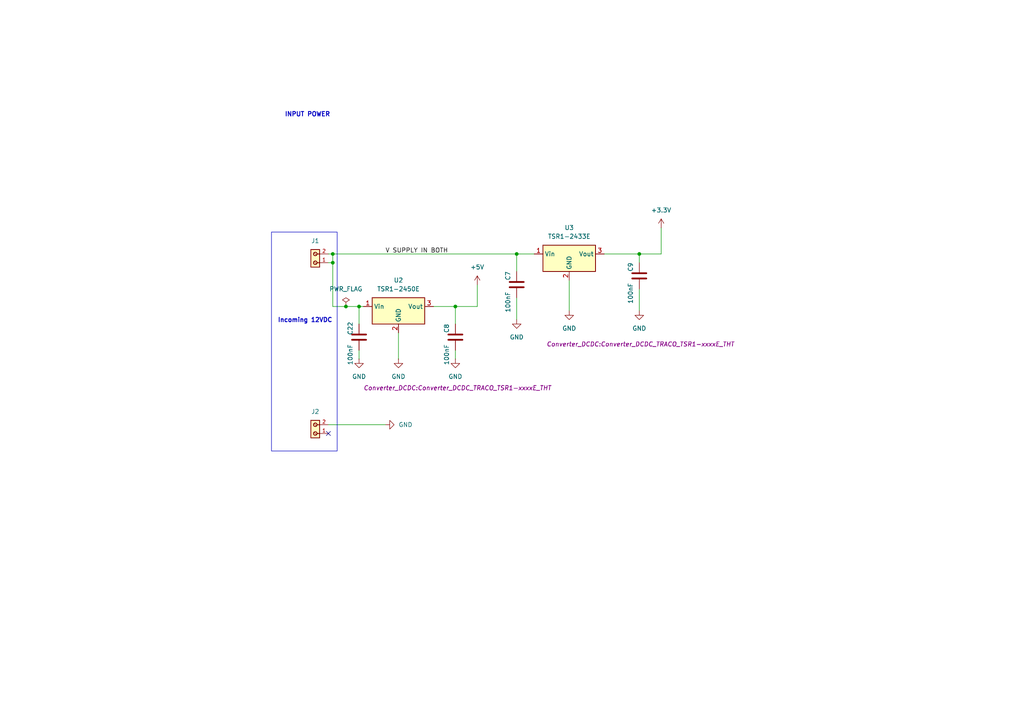
<source format=kicad_sch>
(kicad_sch (version 20231120) (generator "eeschema") (generator_version "8.0")
  (paper "A4")
  (lib_symbols
    (symbol "691210910002:691210910002" (pin_names (offset 1.016))
      (property "Reference" "J" (at -4.88 -0.922 0))
      (property "Value" "691210910002" (at -4.83 -2.58 0))
      (symbol "691210910002_0_0"
        (rectangle (start -3.81 -2.54) (end 1.27 0) (stroke (width 0.254)) (fill (type background)))
        (circle (center -2.54 -1.27) (radius 0.508) (stroke (width 0.254)))
        (circle (center 0 -1.27) (radius 0.508) (stroke (width 0.254)))
        (polyline (pts (xy -2.54 -1.778) (xy -2.54 -2.54)) (stroke (width 0.254)))
        (polyline (pts (xy -2.286 -1.016) (xy -2.794 -1.524)) (stroke (width 0.1524)))
        (polyline (pts (xy 0 -1.778) (xy 0 -2.54)) (stroke (width 0.254)))
        (polyline (pts (xy 0.254 -1.016) (xy -0.254 -1.524)) (stroke (width 0.1524)))
        (pin passive line (at -2.54 -5.08 90) (length 2.54) (name "~") (number "1"))
        (pin passive line (at 0 -5.08 90) (length 2.54) (name "~") (number "2"))
      )
    )
    (symbol "Device:C" (pin_numbers hide) (pin_names (offset 0.254))
      (property "Reference" "C" (at 0.635 2.54 0))
      (property "Value" "C" (at 0.635 -2.54 0))
      (symbol "C_0_1"
        (polyline (pts (xy -2.032 -0.762) (xy 2.032 -0.762)) (stroke (width 0.508)))
        (polyline (pts (xy -2.032 0.762) (xy 2.032 0.762)) (stroke (width 0.508)))
      )
      (symbol "C_1_1"
        (pin passive line (at 0 3.81 270) (length 2.794) (name "~") (number "1"))
        (pin passive line (at 0 -3.81 90) (length 2.794) (name "~") (number "2"))
      )
    )
    (symbol "Regulator_Switching:TSR1-2433E"
      (property "Reference" "U" (at -7.62 6.35 0))
      (property "Value" "TSR1-2433E" (at -3.81 6.35 0))
      (symbol "TSR1-2433E_0_1"
        (rectangle (start -7.62 5.08) (end 7.62 -2.54) (stroke (width 0.254)) (fill (type background)))
      )
      (symbol "TSR1-2433E_1_1"
        (pin power_in line (at -10.16 2.54 0) (length 2.54) (name "Vin") (number "1"))
        (pin power_in line (at 0 -5.08 90) (length 2.54) (name "GND") (number "2"))
        (pin power_out line (at 10.16 2.54 180) (length 2.54) (name "Vout") (number "3"))
      )
    )
    (symbol "Regulator_Switching:TSR1-2450E"
      (property "Reference" "U" (at -7.62 6.35 0))
      (property "Value" "TSR1-2450E" (at -3.81 6.35 0))
      (symbol "TSR1-2450E_0_1"
        (rectangle (start -7.62 5.08) (end 7.62 -2.54) (stroke (width 0.254)) (fill (type background)))
      )
      (symbol "TSR1-2450E_1_1"
        (pin power_in line (at -10.16 2.54 0) (length 2.54) (name "Vin") (number "1"))
        (pin power_in line (at 0 -5.08 90) (length 2.54) (name "GND") (number "2"))
        (pin power_out line (at 10.16 2.54 180) (length 2.54) (name "Vout") (number "3"))
      )
    )
    (symbol "power:+3.3V" (power) (pin_numbers hide) (pin_names (offset 0) hide)
      (property "Value" "+3.3V" (at 0 3.556 0))
      (symbol "+3.3V_0_1"
        (polyline (pts (xy -0.762 1.27) (xy 0 2.54)))
        (polyline (pts (xy 0 0) (xy 0 2.54)))
        (polyline (pts (xy 0 2.54) (xy 0.762 1.27)))
      )
      (symbol "+3.3V_1_1"
        (pin power_in line (at 0 0 90) (length 0) (name "~") (number "1"))
      )
    )
    (symbol "power:+5V" (power) (pin_numbers hide) (pin_names (offset 0) hide)
      (property "Value" "+5V" (at 0 3.556 0))
      (symbol "+5V_0_1"
        (polyline (pts (xy -0.762 1.27) (xy 0 2.54)))
        (polyline (pts (xy 0 0) (xy 0 2.54)))
        (polyline (pts (xy 0 2.54) (xy 0.762 1.27)))
      )
      (symbol "+5V_1_1"
        (pin power_in line (at 0 0 90) (length 0) (name "~") (number "1"))
      )
    )
    (symbol "power:GND" (power) (pin_numbers hide) (pin_names (offset 0) hide)
      (property "Value" "GND" (at 0 -3.81 0))
      (symbol "GND_0_1"
        (polyline (pts (xy 0 0) (xy 0 -1.27) (xy 1.27 -1.27) (xy 0 -2.54) (xy -1.27 -1.27) (xy 0 -1.27)))
      )
      (symbol "GND_1_1"
        (pin power_in line (at 0 0 270) (length 0) (name "~") (number "1"))
      )
    )
    (symbol "power:PWR_FLAG" (power) (pin_numbers hide) (pin_names (offset 0) hide)
      (property "Value" "PWR_FLAG" (at 0 3.81 0))
      (symbol "PWR_FLAG_0_0"
        (pin power_out line (at 0 0 90) (length 0) (name "~") (number "1"))
      )
      (symbol "PWR_FLAG_0_1"
        (polyline (pts (xy 0 0) (xy 0 1.27) (xy -1.016 1.905) (xy 0 2.54) (xy 1.016 1.905) (xy 0 1.27)))
      )
    )
  )
  (junction (at 149.86 73.66))
  (junction (at 96.52 76.2))
  (junction (at 132.08 88.9))
  (junction (at 100.33 88.9))
  (junction (at 104.14 88.9))
  (junction (at 185.42 73.66))
  (junction (at 96.52 73.66))
  (no_connect (at 95.25 125.73))
  (wire (pts (xy 132.08 101.6) (xy 132.08 104.14)))
  (wire (pts (xy 96.52 73.66) (xy 149.86 73.66)))
  (wire (pts (xy 95.25 76.2) (xy 96.52 76.2)))
  (wire (pts (xy 115.57 96.52) (xy 115.57 104.14)))
  (wire (pts (xy 95.25 73.66) (xy 96.52 73.66)))
  (wire (pts (xy 149.86 73.66) (xy 154.94 73.66)))
  (wire (pts (xy 104.14 88.9) (xy 105.41 88.9)))
  (wire (pts (xy 95.25 123.19) (xy 111.76 123.19)))
  (wire (pts (xy 96.52 88.9) (xy 96.52 76.2)))
  (wire (pts (xy 96.52 76.2) (xy 96.52 73.66)))
  (wire (pts (xy 165.1 81.28) (xy 165.1 90.17)))
  (wire (pts (xy 132.08 88.9) (xy 138.43 88.9)))
  (wire (pts (xy 100.33 88.9) (xy 104.14 88.9)))
  (wire (pts (xy 185.42 83.82) (xy 185.42 90.17)))
  (wire (pts (xy 125.73 88.9) (xy 132.08 88.9)))
  (wire (pts (xy 185.42 73.66) (xy 191.77 73.66)))
  (wire (pts (xy 149.86 86.36) (xy 149.86 92.71)))
  (wire (pts (xy 149.86 73.66) (xy 149.86 78.74)))
  (wire (pts (xy 104.14 101.6) (xy 104.14 104.14)))
  (wire (pts (xy 175.26 73.66) (xy 185.42 73.66)))
  (wire (pts (xy 185.42 73.66) (xy 185.42 76.2)))
  (wire (pts (xy 104.14 88.9) (xy 104.14 93.98)))
  (wire (pts (xy 138.43 88.9) (xy 138.43 82.55)))
  (wire (pts (xy 96.52 88.9) (xy 100.33 88.9)))
  (wire (pts (xy 132.08 88.9) (xy 132.08 93.98)))
  (wire (pts (xy 191.77 73.66) (xy 191.77 66.04)))
  (rectangle (start 78.74 67.31) (end 97.79 130.81))
  (text "INPUT POWER" (at 82.55 34.036 0) (effects (font (size 1.27 1.27) (thickness 0.254) (bold yes)) (justify left bottom)))
  (text "Incoming 12VDC" (at 80.518 93.726 0) (effects (font (size 1.27 1.27) (thickness 0.254) (bold yes)) (justify left bottom)))
  (label "V SUPPLY IN BOTH" (at 111.76 73.66 0))
  (symbol (lib_id "power:GND") (at 104.14 104.14 0) (unit 1)
    (property "Reference" "#PWR041" (effects (hide yes)))
    (property "Value" "GND" (at 104.14 109.22 0))
    (property "Description" "Power symbol creates a global label with name \"GND\" , ground" (effects (hide yes)))
  )
  (symbol (lib_id "power:GND") (at 115.57 104.14 0) (unit 1)
    (property "Reference" "#PWR028" (effects (hide yes)))
    (property "Value" "GND" (at 115.57 109.22 0))
    (property "Description" "Power symbol creates a global label with name \"GND\" , ground" (effects (hide yes)))
  )
  (symbol (lib_id "Regulator_Switching:TSR1-2433E") (at 165.1 76.2 0) (unit 1)
    (property "Reference" "U3" (at 165.1 66.04 0))
    (property "Value" "TSR1-2433E" (at 165.1 68.58 0))
    (property "Footprint" "Converter_DCDC:Converter_DCDC_TRACO_TSR1-xxxxE_THT" (at 185.674 99.822 0) (effects (font (italic yes))))
    (property "Datasheet" "https://www.tracopower.com/products/tsr1e.pdf" (effects (hide yes)))
  )
  (symbol (lib_id "power:GND") (at 185.42 90.17 0) (unit 1)
    (property "Reference" "#PWR032" (effects (hide yes)))
    (property "Value" "GND" (at 185.42 95.25 0))
    (property "Description" "Power symbol creates a global label with name \"GND\" , ground" (effects (hide yes)))
  )
  (symbol (lib_id "691210910002:691210910002") (at 90.17 73.66 90) (unit 1)
    (property "Reference" "J1" (at 91.44 69.85 90))
    (property "Value" "691210910002" (effects (hide yes)))
    (property "Footprint" "691210910002:691210910002" (effects (hide yes)))
    (property "Check_prices" "https://www.snapeda.com/parts/691210910002/W%25C3%25BCrth+Elektronik+Midcom/view-part/?ref=eda" (effects (hide yes)))
    (property "WIRE" "30 to 18 (AWG) 0.0509 to 0.823 (mm²)" (effects (hide yes)))
    (property "Description_1" "\n                        \n                            2 Position Wire to Board Terminal Block Horizontal with Board 0.100 (2.54mm) Through Hole\n                        \n" (effects (hide yes)))
    (property "Package" "None" (effects (hide yes)))
    (property "MOUNT" "THT" (effects (hide yes)))
    (property "IR-UL" "6A" (effects (hide yes)))
    (property "Availability" "In Stock" (effects (hide yes)))
    (property "WORKING-VOLTAGE-UL" "150V (AC)" (effects (hide yes)))
    (property "PART-NUMBER" "691210910002" (effects (hide yes)))
    (property "MF" "Würth Elektronik" (effects (hide yes)))
    (property "DATASHEET-URL" "https://www.we-online.com/redexpert/spec/691210910002?ae" (effects (hide yes)))
    (property "MP" "691210910002" (effects (hide yes)))
    (property "PITCH" "2.54mm" (effects (hide yes)))
    (property "PINS" "2" (effects (hide yes)))
    (property "TYPE" "Horizontal" (effects (hide yes)))
    (property "Price" "None" (effects (hide yes)))
    (property "SnapEDA_Link" "https://www.snapeda.com/parts/691210910002/W%25C3%25BCrth+Elektronik+Midcom/view-part/?ref=snap" (effects (hide yes)))
  )
  (symbol (lib_id "power:+5V") (at 138.43 82.55 0) (unit 1)
    (property "Reference" "#PWR030" (effects (hide yes)))
    (property "Value" "+5V" (at 138.43 77.47 0))
    (property "Description" "Power symbol creates a global label with name \"+5V\"" (effects (hide yes)))
  )
  (symbol (lib_id "691210910002:691210910002") (at 90.17 123.19 90) (unit 1)
    (property "Reference" "J2" (at 91.44 119.38 90))
    (property "Value" "691210910002" (effects (hide yes)))
    (property "Footprint" "691210910002:691210910002" (effects (hide yes)))
    (property "Check_prices" "https://www.snapeda.com/parts/691210910002/W%25C3%25BCrth+Elektronik+Midcom/view-part/?ref=eda" (effects (hide yes)))
    (property "WIRE" "30 to 18 (AWG) 0.0509 to 0.823 (mm²)" (effects (hide yes)))
    (property "Description_1" "\n                        \n                            2 Position Wire to Board Terminal Block Horizontal with Board 0.100 (2.54mm) Through Hole\n                        \n" (effects (hide yes)))
    (property "Package" "None" (effects (hide yes)))
    (property "MOUNT" "THT" (effects (hide yes)))
    (property "IR-UL" "6A" (effects (hide yes)))
    (property "Availability" "In Stock" (effects (hide yes)))
    (property "WORKING-VOLTAGE-UL" "150V (AC)" (effects (hide yes)))
    (property "PART-NUMBER" "691210910002" (effects (hide yes)))
    (property "MF" "Würth Elektronik" (effects (hide yes)))
    (property "DATASHEET-URL" "https://www.we-online.com/redexpert/spec/691210910002?ae" (effects (hide yes)))
    (property "MP" "691210910002" (effects (hide yes)))
    (property "PITCH" "2.54mm" (effects (hide yes)))
    (property "PINS" "2" (effects (hide yes)))
    (property "TYPE" "Horizontal" (effects (hide yes)))
    (property "Price" "None" (effects (hide yes)))
    (property "SnapEDA_Link" "https://www.snapeda.com/parts/691210910002/W%25C3%25BCrth+Elektronik+Midcom/view-part/?ref=snap" (effects (hide yes)))
  )
  (symbol (lib_id "power:+3.3V") (at 191.77 66.04 0) (unit 1)
    (property "Reference" "#PWR033" (effects (hide yes)))
    (property "Value" "+3.3V" (at 191.77 60.96 0))
    (property "Description" "Power symbol creates a global label with name \"+3.3V\"" (effects (hide yes)))
  )
  (symbol (lib_id "Device:C") (at 132.08 97.79 180) (unit 1)
    (property "Reference" "C8" (at 129.54 95.25 90))
    (property "Value" "100nF" (at 129.54 102.87 90))
    (property "Footprint" "Capacitor_SMD:C_0805_2012Metric_Pad1.18x1.45mm_HandSolder" (effects (hide yes)))
  )
  (symbol (lib_id "Regulator_Switching:TSR1-2450E") (at 115.57 91.44 0) (unit 1)
    (property "Reference" "U2" (at 115.57 81.28 0))
    (property "Value" "TSR1-2450E" (at 115.57 83.82 0))
    (property "Footprint" "Converter_DCDC:Converter_DCDC_TRACO_TSR1-xxxxE_THT" (at 132.588 112.522 0) (effects (font (italic yes))))
    (property "Datasheet" "https://www.tracopower.com/products/tsr1e.pdf" (effects (hide yes)))
  )
  (symbol (lib_id "power:GND") (at 132.08 104.14 0) (unit 1)
    (property "Reference" "#PWR029" (effects (hide yes)))
    (property "Value" "GND" (at 132.08 109.22 0))
    (property "Description" "Power symbol creates a global label with name \"GND\" , ground" (effects (hide yes)))
  )
  (symbol (lib_id "power:GND") (at 149.86 92.71 0) (unit 1)
    (property "Reference" "#PWR027" (effects (hide yes)))
    (property "Value" "GND" (at 149.86 97.79 0))
    (property "Description" "Power symbol creates a global label with name \"GND\" , ground" (effects (hide yes)))
  )
  (symbol (lib_id "Device:C") (at 185.42 80.01 180) (unit 1)
    (property "Reference" "C9" (at 182.88 77.47 90))
    (property "Value" "100nF" (at 182.88 85.09 90))
    (property "Footprint" "Capacitor_SMD:C_0805_2012Metric_Pad1.18x1.45mm_HandSolder" (effects (hide yes)))
  )
  (symbol (lib_id "power:GND") (at 165.1 90.17 0) (unit 1)
    (property "Reference" "#PWR031" (effects (hide yes)))
    (property "Value" "GND" (at 165.1 95.25 0))
    (property "Description" "Power symbol creates a global label with name \"GND\" , ground" (effects (hide yes)))
  )
  (symbol (lib_id "power:PWR_FLAG") (at 100.33 88.9 0) (unit 1)
    (property "Reference" "#FLG01" (effects (hide yes)))
    (property "Value" "PWR_FLAG" (at 100.33 83.82 0))
    (property "Description" "Special symbol for telling ERC where power comes from" (effects (hide yes)))
  )
  (symbol (lib_id "Device:C") (at 149.86 82.55 180) (unit 1)
    (property "Reference" "C7" (at 147.32 80.01 90))
    (property "Value" "100nF" (at 147.32 87.63 90))
    (property "Footprint" "Capacitor_SMD:C_0805_2012Metric_Pad1.18x1.45mm_HandSolder" (effects (hide yes)))
  )
  (symbol (lib_id "Device:C") (at 104.14 97.79 180) (unit 1)
    (property "Reference" "C22" (at 101.6 95.25 90))
    (property "Value" "100nF" (at 101.6 102.87 90))
    (property "Footprint" "Capacitor_SMD:C_0805_2012Metric_Pad1.18x1.45mm_HandSolder" (effects (hide yes)))
  )
  (symbol (lib_id "power:GND") (at 111.76 123.19 90) (unit 1)
    (property "Reference" "#PWR037" (effects (hide yes)))
    (property "Value" "GND" (at 115.57 123.19 90) (effects (justify right)))
    (property "Description" "Power symbol creates a global label with name \"GND\" , ground" (effects (hide yes)))
  )
)
</source>
